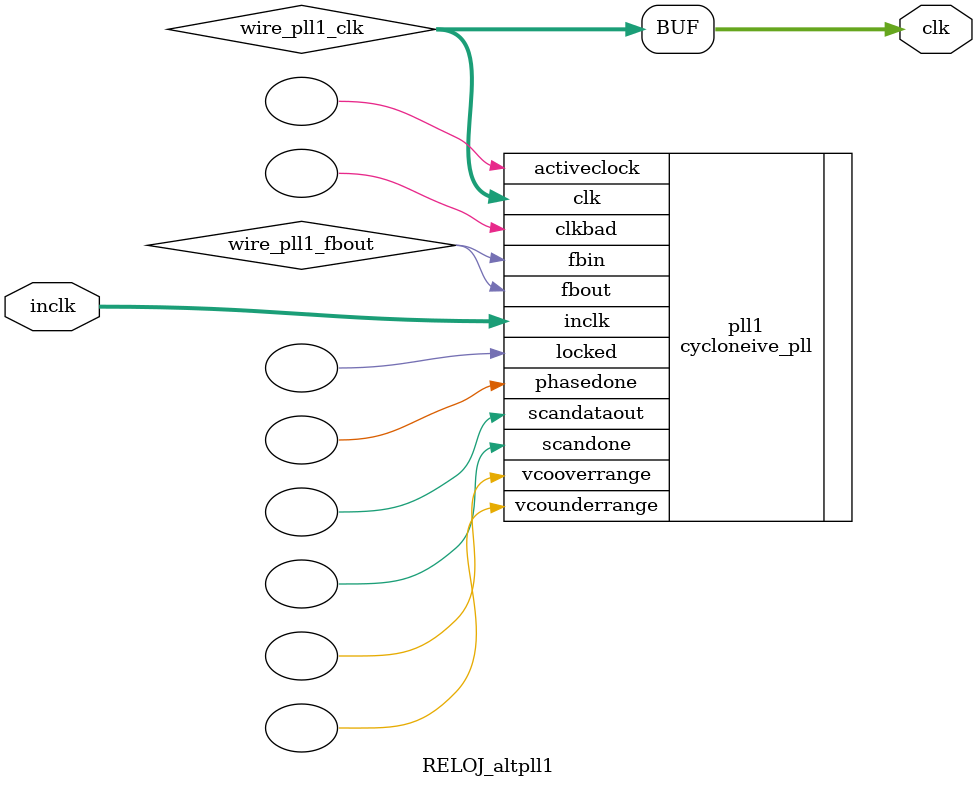
<source format=v>






//synthesis_resources = cycloneive_pll 1 
//synopsys translate_off
`timescale 1 ps / 1 ps
//synopsys translate_on
module  RELOJ_altpll1
	( 
	clk,
	inclk) /* synthesis synthesis_clearbox=1 */;
	output   [4:0]  clk;
	input   [1:0]  inclk;
`ifndef ALTERA_RESERVED_QIS
// synopsys translate_off
`endif
	tri0   [1:0]  inclk;
`ifndef ALTERA_RESERVED_QIS
// synopsys translate_on
`endif

	wire  [4:0]   wire_pll1_clk;
	wire  wire_pll1_fbout;

	cycloneive_pll   pll1
	( 
	.activeclock(),
	.clk(wire_pll1_clk),
	.clkbad(),
	.fbin(wire_pll1_fbout),
	.fbout(wire_pll1_fbout),
	.inclk(inclk),
	.locked(),
	.phasedone(),
	.scandataout(),
	.scandone(),
	.vcooverrange(),
	.vcounderrange()
	`ifndef FORMAL_VERIFICATION
	// synopsys translate_off
	`endif
	,
	.areset(1'b0),
	.clkswitch(1'b0),
	.configupdate(1'b0),
	.pfdena(1'b1),
	.phasecounterselect({3{1'b0}}),
	.phasestep(1'b0),
	.phaseupdown(1'b0),
	.scanclk(1'b0),
	.scanclkena(1'b1),
	.scandata(1'b0)
	`ifndef FORMAL_VERIFICATION
	// synopsys translate_on
	`endif
	);
	defparam
		pll1.bandwidth_type = "auto",
		pll1.clk0_divide_by = 10000,
		pll1.clk0_duty_cycle = 75,
		pll1.clk0_multiply_by = 1,
		pll1.clk0_phase_shift = "0",
		pll1.clk1_divide_by = 10000,
		pll1.clk1_duty_cycle = 75,
		pll1.clk1_multiply_by = 1,
		pll1.clk1_phase_shift = "0",
		pll1.compensate_clock = "clk0",
		pll1.inclk0_input_frequency = 20000,
		pll1.operation_mode = "normal",
		pll1.pll_type = "auto",
		pll1.lpm_type = "cycloneive_pll";
	assign
		clk = {wire_pll1_clk[4:0]};
endmodule //RELOJ_altpll1
//VALID FILE

</source>
